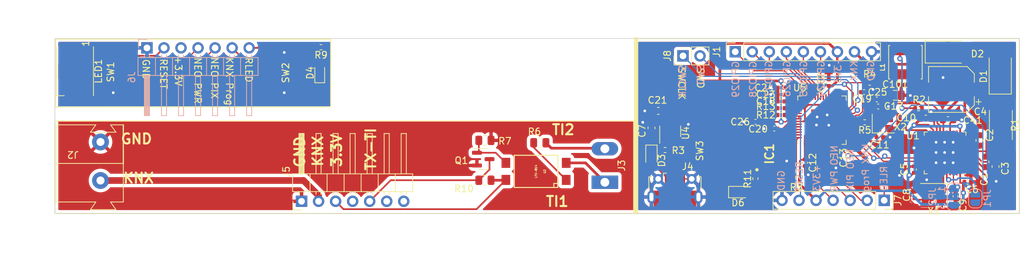
<source format=kicad_pcb>
(kicad_pcb (version 20211014) (generator pcbnew)
  (layers (0 "F.Cu" signal) (31 "B.Cu" signal) (34 "B.Paste" user) (35 "F.Paste" user) (36 "B.SilkS" user "B.Silkscreen") (37 "F.SilkS" user "F.Silkscreen") (38 "B.Mask" user) (39 "F.Mask" user) (44 "Edge.Cuts" user))
  (net 0 "")
  (net 1 "KNX")
  (net 2 "GND")
  (net 3 "Net-(L1-Pad2)")
  (net 5 "Net-(C8-Pad1)")
  (net 6 "Net-(C1-Pad1)")
  (net 7 "Net-(R1-Pad1)")
  (net 8 "Net-(C9-Pad1)")
  (net 9 "Net-(C1-Pad2)")
  (net 10 "Net-(C3-Pad1)")
  (net 11 "Net-(C2-Pad1)")
  (net 12 "Net-(C2-Pad2)")
  (net 13 "VFILT")
  (net 14 "Net-(L1-Pad1)")
  (net 18 "SAVE")
  (net 21 "Net-(C7-Pad1)")
  (net 22 "Net-(D4-Pad2)")
  (net 23 "RLED")
  (net 24 "Net-(C17-Pad2)")
  (net 25 "+1V2")
  (net 26 "+3V3")
  (net 27 "/RP2040 & Top Board/TB_RESET")
  (net 28 "Net-(Q1-Pad1)")
  (net 29 "Net-(R6-Pad2)")
  (net 30 "/RP2040 & Top Board/OSC_IN")
  (net 31 "/RP2040 & Top Board/GND1")
  (net 32 "Net-(R5-Pad2)")
  (net 33 "/RP2040 & Top Board/QSPI_CS")
  (net 34 "/RP2040 & Top Board/QSPI_DATA[1]")
  (net 40 "/RP2040 & Top Board/TB_RLED")
  (net 43 "VBUS")
  (net 48 "KNX_Prog")
  (net 49 "Net-(J3-Pad1)")
  (net 50 "Net-(J3-Pad2)")
  (net 51 "~{RESET}")
  (net 57 "Net-(D6-Pad2)")
  (net 58 "/DB_KNX")
  (net 59 "/DB_GND")
  (net 60 "/DB_3V3")
  (net 62 "/RP2040 & Top Board/TB_KNX_Prog")
  (net 65 "Net-(JP1-Pad1)")
  (net 66 "/RP2040 & Top Board/QSPI_DATA[2]")
  (net 67 "/RP2040 & Top Board/QSPI_DATA[0]")
  (net 68 "COM4")
  (net 69 "COM3")
  (net 70 "COM2")
  (net 71 "COM1")
  (net 75 "Net-(D6-Pad1)")
  (net 76 "5120_RXD")
  (net 77 "5120_TXD")
  (net 78 "NEO_PWR")
  (net 79 "NEO_PIX")
  (net 81 "/RP2040 & Top Board/QSPI_SCK")
  (net 82 "/RP2040 & Top Board/QSPI_DATA[3]")
  (net 83 "/RP2040 & Top Board/D1-")
  (net 84 "/RP2040 & Top Board/D1+")
  (net 85 "/RP2040 & Top Board/EN")
  (net 86 "/RP2040 & Top Board/D+")
  (net 87 "/RP2040 & Top Board/D-")
  (net 88 "/RP2040 & Top Board/SWCLK")
  (net 89 "/RP2040 & Top Board/SWD")
  (net 90 "/FANIN")
  (net 94 "/RP2040 & Top Board/PWR")
  (net 95 "/RP2040 & Top Board/PIX")
  (net 97 "/DB_TX-TI")
  (net 98 "COM6")
  (net 99 "COM5")
  (footprint "Capacitor_SMD:C_0603_1608Metric" (layer "F.Cu") (at 215.65 111.515456 -90)
    (fp_text reference "C3")
    (fp_text value "100nF/50V")
  )
  (footprint "Capacitor_SMD:C_0402_1005Metric" (layer "F.Cu") (at 198.3792 107.131458 180)
    (fp_text reference "C11")
    (fp_text value "18pF/50V")
  )
  (footprint "Capacitor_SMD:C_0805_2012Metric" (layer "F.Cu") (at 200.6482 100.886458)
    (fp_text reference "C101")
    (fp_text value "10uF/6.3V")
  )
  (footprint "Capacitor_SMD:C_0402_1005Metric" (layer "F.Cu") (at 179.8652 104.845458 180)
    (fp_text reference "C26")
    (fp_text value "100nF/50V")
  )
  (footprint "Capacitor_SMD:CP_Elec_6.3x5.7" (layer "F.Cu") (at 209.0752 100.019458)
    (fp_text reference "C4")
    (fp_text value "100uF/35V")
  )
  (footprint "LED_SMD:LED_WS2812B_PLCC4_5.0x5.0mm_P3.2mm" (layer "F.Cu") (at 78.4 97.3 -90)
    (fp_text reference "LED1")
    (fp_text value "WS2812B3535")
  )
  (footprint "Connector_PinHeader_2.54mm:PinHeader_1x02_P2.54mm_Vertical" (layer "F.Cu") (at 169.05 95.015456 90)
    (fp_text reference "J8")
    (fp_text value "Debug")
  )
  (footprint "Resistor_SMD:R_0402_1005Metric" (layer "F.Cu") (at 196.15 104.915456 180)
    (fp_text reference "R5")
    (fp_text value "1K")
  )
  (footprint "Package_TO_SOT_SMD:SOT-23-5" (layer "F.Cu") (at 167.144 106.259456 90)
    (fp_text reference "U4")
    (fp_text value "AP2112K-3.3")
  )
  (footprint "Libraries:OPTO-SMD4" (layer "F.Cu") (at 147.1384 112.2324 180)
    (fp_text reference "U2")
    (fp_text value "LTV-814")
  )
  (footprint "Crystal:Crystal_SMD_3225-4Pin_3.2x2.5mm" (layer "F.Cu") (at 206.4612 115.689458 180)
    (fp_text reference "X1")
    (fp_text value "16Mhz")
  )
  (footprint "Diode_SMD:D_SOD-323" (layer "F.Cu") (at 164.35 109.815456 -90)
    (fp_text reference "D3")
    (fp_text value "NSR0320")
  )
  (footprint "Package_TO_SOT_SMD:SOT-23" (layer "F.Cu") (at 139.2644 110.4036)
    (fp_text reference "Q1")
    (fp_text value "CJ2302")
  )
  (footprint "Libraries:IND_VLS5045EX-3R3N" (layer "F.Cu") (at 202.2172 95.955458 90)
    (fp_text reference "L1")
    (fp_text value "220uH")
  )
  (footprint "Diode_SMD:D_0603_1608Metric" (layer "F.Cu") (at 114.8882 97.533115 90)
    (fp_text reference "D4")
    (fp_text value "Red")
  )
  (footprint "Libraries:SW_TS-1187A-B-A-B" (layer "F.Cu") (at 175.35 109.163458 90)
    (fp_text reference "SW3")
    (fp_text value "SW")
  )
  (footprint "Connector_PinHeader_2.54mm:PinHeader_1x07_P2.54mm_Horizontal" (layer "F.Cu") (at 112.175 116.693 90)
    (fp_text reference "J5")
    (fp_text value "Conn_01x07_Male")
  )
  (footprint "Resistor_SMD:R_0805_2012Metric" (layer "F.Cu") (at 147.6991 107.9652 180)
    (fp_text reference "R6")
    (fp_text value "220R")
  )
  (footprint "Resistor_SMD:R_0402_1005Metric" (layer "F.Cu") (at 196.8832 99.003458 180)
    (fp_text reference "R4")
    (fp_text value "10k")
  )
  (footprint "Resistor_SMD:R_2512_6332Metric" (layer "F.Cu") (at 216.4412 105.315456 90)
    (fp_text reference "R1")
    (fp_text value "22R")
  )
  (footprint "Capacitor_SMD:C_0402_1005Metric" (layer "F.Cu") (at 187.2312 110.941458 -90)
    (fp_text reference "C12")
    (fp_text value "100nF/50V")
  )
  (footprint "Capacitor_SMD:C_0402_1005Metric" (layer "F.Cu") (at 211.4884 113.799856 180)
    (fp_text reference "C6")
    (fp_text value "100nF/6.3V")
  )
  (footprint "Resistor_SMD:R_0805_2012Metric" (layer "F.Cu") (at 139.5184 107.6096 180)
    (fp_text reference "R7")
    (fp_text value "3K3")
  )
  (footprint "Capacitor_SMD:C_0402_1005Metric" (layer "F.Cu") (at 183.6752 99.765458 180)
    (fp_text reference "C24")
    (fp_text value "100nF/50V")
  )
  (footprint "Resistor_SMD:R_0402_1005Metric" (layer "F.Cu") (at 183.6752 103.829458)
    (fp_text reference "R12")
    (fp_text value "22R")
  )
  (footprint "Libraries:SW_TS-1187A-B-A-B" (layer "F.Cu") (at 84.2112 97.407313 90)
    (fp_text reference "SW1")
    (fp_text value "RESET")
  )
  (footprint "Connector_PinSocket_2.54mm:PinSocket_1x07_P2.54mm_Vertical" (layer "F.Cu") (at 199.05 116.554458 -90)
    (fp_text reference "J7")
    (fp_text value "Conn_01x07_Female")
  )
  (footprint "Resistor_SMD:R_0402_1005Metric" (layer "F.Cu") (at 183.6752 102.813458)
    (fp_text reference "R13")
    (fp_text value "22R")
  )
  (footprint "Capacitor_SMD:C_0402_1005Metric" (layer "F.Cu") (at 183.6752 100.781458 180)
    (fp_text reference "C23")
    (fp_text value "1uF/25V")
  )
  (footprint "Capacitor_SMD:C_0402_1005Metric" (layer "F.Cu") (at 203.4872 111.957458 90)
    (fp_text reference "C5")
    (fp_text value "100nF/6.3V")
  )
  (footprint "Capacitor_SMD:C_0603_1608Metric" (layer "F.Cu") (at 165.366 103.211456 180)
    (fp_text reference "C21")
    (fp_text value "10uF/25V")
  )
  (footprint "Capacitor_SMD:C_0402_1005Metric" (layer "F.Cu") (at 197.95 101.515456)
    (fp_text reference "C25")
    (fp_text value "100nF/50V")
  )
  (footprint "Capacitor_SMD:C_0603_1608Metric" (layer "F.Cu") (at 214.15 110.815456 -90)
    (fp_text reference "C1")
    (fp_text value "47nF/50V")
  )
  (footprint "Connector:KNX Male" (layer "F.Cu") (at 80.5 111.043 180)
    (fp_text reference "J2")
    (fp_text value "KNX")
  )
  (footprint "TerminalBlock:TerminalBlock_Altech_AK300-2_P5.00mm" (layer "F.Cu") (at 157.4 113.858 90)
    (fp_text reference "J3")
    (fp_text value "Screw_Terminal_01x02")
  )
  (footprint "Package_DFN_QFN:QFN-56-1EP_7x7mm_P0.4mm_EP3.2x3.2mm" (layer "F.Cu") (at 189.7712 104.591458 90)
    (fp_text reference "U5")
    (fp_text value "RP2040")
  )
  (footprint "Resistor_SMD:R_0402_1005Metric" (layer "F.Cu") (at 185.95 113.415456 180)
    (fp_text reference "R8")
    (fp_text value "10k")
  )
  (footprint "Libraries:SON80P400X400X50-9N" (layer "F.Cu") (at 181.95 109.615456 90)
    (fp_text reference "IC1")
    (fp_text value "W25Q64JVXGIQ" hide)
  )
  (footprint "Capacitor_SMD:C_0603_1608Metric" (layer "F.Cu") (at 208.5672 104.591458)
    (fp_text reference "C41")
    (fp_text value "1uF/50V")
  )
  (footprint "Capacitor_SMD:C_0603_1608Metric" (layer "F.Cu") (at 205.2512 104.369458)
    (fp_text reference "C10")
    (fp_text value "10uF/25V")
  )
  (footprint "Resistor_SMD:R_0402_1005Metric" (layer "F.Cu") (at 115.0792 93.723115 180)
    (fp_text reference "R9")
    (fp_text value "1K")
  )
  (footprint "Capacitor_SMD:C_0402_1005Metric" (layer "F.Cu") (at 209.6862 115.944458 -90)
    (fp_text reference "C9")
    (fp_text value "10pF/50V")
  )
  (footprint "Capacitor_SMD:C_0402_1005Metric" (layer "F.Cu") (at 183.6752 101.797458 180)
    (fp_text reference "C18")
    (fp_text value "1uF/25V")
  )
  (footprint "Package_DFN_QFN:QFN-40-1EP_6x6mm_P0.5mm_EP4.6x4.6mm" (layer "F.Cu") (at 208.1262 109.484458 180)
    (fp_text reference "U1")
    (fp_text value "NCN5120MNTWG")
  )
  (footprint "Connector_PinSocket_2.54mm:PinSocket_1x09_P2.54mm_Vertical" (layer "F.Cu") (at 176.84 94.4 90)
    (fp_text reference "J1")
    (fp_text value "Conn_01x09_Female")
  )
  (footprint "Libraries:SW_TS-1187A-B-A-B" (layer "F.Cu") (at 110.3162 97.533115 90)
    (fp_text reference "SW2")
    (fp_text value "KNX Prog")
  )
  (footprint "Resistor_SMD:R_0402_1005Metric" (layer "F.Cu") (at 166.382 109.053456)
    (fp_text reference "R3")
    (fp_text value "10k")
  )
  (footprint "Capacitor_SMD:C_0603_1608Metric" (layer "F.Cu") (at 213.25 107.615456 90)
    (fp_text reference "C2")
    (fp_text value "4.7nF/50V")
  )
  (footprint "Diode_SMD:D_SOD-323" (layer "F.Cu") (at 177.35 115.315456)
    (fp_text reference "D6")
    (fp_text value "NSR0320")
  )
  (footprint "Capacitor_SMD:C_0402_1005Metric" (layer "F.Cu") (at 182.6592 105.861458)
    (fp_text reference "C20")
    (fp_text value "100nF/50V")
  )
  (footprint "Capacitor_SMD:C_0603_1608Metric" (layer "F.Cu") (at 164.35 105.751456 90)
    (fp_text reference "C7")
    (fp_text value "10uF/25V")
  )
  (footprint "Resistor_SMD:R_0402_1005Metric" (layer "F.Cu") (at 204.1812 102.809458)
    (fp_text reference "R2")
    (fp_text value "1R")
  )
  (footprint "Capacitor_SMD:C_0402_1005Metric" (layer "F.Cu") (at 196.05 100.415456 180)
    (fp_text reference "C19")
    (fp_text value "100nF/50V")
  )
  (footprint "Capacitor_SMD:C_0402_1005Metric" (layer "F.Cu") (at 190.7872 99.003458 90)
    (fp_text reference "C22")
    (fp_text value "100nF/50V")
  )
  (footprint "Capacitor_SMD:C_0402_1005Metric" (layer "F.Cu") (at 198.1532 102.559458 180)
    (fp_text reference "C17")
    (fp_text value "18pF/50V")
  )
  (footprint "Resistor_SMD:R_0402_1005Metric" (layer "F.Cu") (at 179.85 113.315456 90)
    (fp_text reference "R11")
    (fp_text value "1K")
  )
  (footprint "Capacitor_SMD:C_0402_1005Metric" (layer "F.Cu") (at 203.5812 115.759458 90)
    (fp_text reference "C8")
    (fp_text value "10pF/50V")
  )
  (footprint "Capacitor_SMD:C_0402_1005Metric" (layer "F.Cu") (at 191.8032 110.207458 -90)
    (fp_text reference "C13")
    (fp_text value "100nF/50V")
  )
  (footprint "Resistor_SMD:R_0805_2012Metric" (layer "F.Cu") (at 139.5184 113.5532)
    (fp_text reference "R10")
    (fp_text value "10K")
  )
  (footprint "Diode_SMD:D_SMA" (layer "F.Cu") (at 216.35 97.315456 90)
    (fp_text reference "D1")
    (fp_text value "SS16")
  )
  (footprint "Diode_SMD:D_SMA" (layer "F.Cu") (at 208.5672 94.431458)
    (fp_text reference "D2")
    (fp_text value "TVS SMA40")
  )
  (footprint "Crystal:Crystal_SMD_2520-4Pin_2.5x2.0mm" (layer "F.Cu") (at 198.9152 105.099458)
    (fp_text reference "X2")
    (fp_text value "12MHz")
  )
  (footprint "Connector_USB:USB_Micro-B_Molex-105017-0001" (layer "F.Cu") (at 167.85 114.815456)
    (fp_text reference "J4")
    (fp_text value "USB_B_Micro")
  )
  (footprint "Connector_PinHeader_2.54mm:PinHeader_1x07_P2.54mm_Horizontal" (layer "B.Cu") (at 89.125 93.821113 -90)
    (fp_text reference "J6")
    (fp_text value "Conn_01x07_Male")
  )
  (footprint "Jumper:SolderJumper-3_P1.3mm_Bridged2Bar12_RoundedPad1.0x1.5mm_NumberLabels" (layer "B.Cu") (at 209.45 116.015456 -90)
    (fp_text reference "JP2")
    (fp_text value "SolderJumper_3_Bridged12")
  )
  (footprint "Jumper:SolderJumper-2_P1.3mm_Open_RoundedPad1.0x1.5mm" (layer "B.Cu") (at 212.6312 116.275458 90)
    (fp_text reference "JP1")
    (fp_text value "Save to D11")
  )
  (gr_rect (start 219.2 118.515456) (end 162.3 92.415456) (layer "F.SilkS") (width 0.15) (fill none))
  (gr_rect (start 75.4 104.715456) (end 161.7 118.515456) (layer "F.SilkS") (width 0.15) (fill none))
  (gr_line (start 162 118.415456) (end 162 92.415456) (layer "F.SilkS") (width 0.5))
  (gr_rect (start 75.525 92.521113) (end 116.525 102.621113) (layer "F.SilkS") (width 0.15) (fill none))
  (gr_rect (start 75.4 118.515456) (end 219.2 92.415456) (layer "Edge.Cuts") (width 0.1) (fill none))
  (gr_text "GPIO27" (at 181.85 98.415456 -270) (layer "B.SilkS") (effects (font (size 1 1)) (justify mirror)))
  (gr_text "SWCLK" (at 169 98.8 -270) (layer "B.SilkS") (effects (font (size 1 1)) (justify mirror)))
  (gr_text "+3V3" (at 192.15 97.115456 -270) (layer "B.SilkS") (effects (font (size 1 1)) (justify mirror)))
  (gr_text "GPIO24" (at 189.65 98.415456 -270) (layer "B.SilkS") (effects (font (size 1 1)) (justify mirror)))
  (gr_text "+3V3" (at 189 113.2 -270) (layer "B.SilkS") (effects (font (size 1 1)) (justify mirror)))
  (gr_text "SWD" (at 171.7 97.8 -270) (layer "B.SilkS") (effects (font (size 1 1)) (justify mirror)))
  (gr_text "KNX" (at 194.55 97.215456 -270) (layer "B.SilkS") (effects (font (size 1 1)) (justify mirror)))
  (gr_text "NEO PIX" (at 194 112 -270) (layer "B.SilkS") (effects (font (size 1 1)) (justify mirror)))
  (gr_text "GND" (at 183.7 113.6 -270) (layer "B.SilkS") (effects (font (size 1 1)) (justify mirror)))
  (gr_text "GPIO29" (at 176.9 98.5 -270) (layer "B.SilkS") (effects (font (size 1 1)) (justify mirror)))
  (gr_text "NEO PWR" (at 191.6 111.8 -270) (layer "B.SilkS") (effects (font (size 1 1)) (justify mirror)))
  (gr_text "KNX Prog" (at 196.3 111.7 -270) (layer "B.SilkS") (effects (font (size 1 1)) (justify mirror)))
  (gr_text "GPIO26" (at 184.55 98.415456 -270) (layer "B.SilkS") (effects (font (size 1 1)) (justify mirror)))
  (gr_text "GND" (at 197.05 97.215456 -270) (layer "B.SilkS") (effects (font (size 1 1)) (justify mirror)))
  (gr_text "RLED" (at 199 113.3 -270) (layer "B.SilkS") (effects (font (size 1 1)) (justify mirror)))
  (gr_text "GPIO28" (at 179.5 98.5 -270) (layer "B.SilkS") (effects (font (size 1 1)) (justify mirror)))
  (gr_text "RESET" (at 186.4 113 -270) (layer "B.SilkS") (effects (font (size 1 1)) (justify mirror)))
  (gr_text "GPIO25" (at 187.05 98.415456 -270) (layer "B.SilkS") (effects (font (size 1 1)) (justify mirror)))
  (gr_text "KNX" (at 114.6 109.218 90) (layer "F.SilkS") (effects (font (size 1.5 1.5) (thickness 0.3))))
  (gr_text "TI2" (at 151.2 106.018) (layer "F.SilkS") (effects (font (size 1.5 1.5) (thickness 0.3))))
  (gr_text "KNX" (at 87.8732 113.2344) (layer "F.SilkS") (effects (font (size 1.5 1.5) (thickness 0.3))))
  (gr_text "KNX Prog." (at 101.4262 99.057115 -90) (layer "F.SilkS") (effects (font (size 1 1))))
  (gr_text "RESET" (at 91.6 97.7 -90) (layer "F.SilkS") (effects (font (size 1 1))))
  (gr_text "NEO PWR" (at 96.7 98.7 -90) (layer "F.SilkS") (effects (font (size 1 1))))
  (gr_text "+3.3V" (at 93.8062 97.279115 -90) (layer "F.SilkS") (effects (font (size 1 1))))
  (gr_text "GND" (at 111.9 109.318 90) (layer "F.SilkS") (effects (font (size 1.5 1.5) (thickness 0.3))))
  (gr_text "TX-TI" (at 122.5 108.918 90) (layer "F.SilkS") (effects (font (size 1.5 1.5) (thickness 0.3))))
  (gr_text "GND" (at 87.5684 107.3924) (layer "F.SilkS") (effects (font (size 1.5 1.5) (thickness 0.3))))
  (gr_text "3.3V" (at 117.4 109.118 90) (layer "F.SilkS") (effects (font (size 1.5 1.5) (thickness 0.3))))
  (gr_text "RLED" (at 104.3 97.1 -90) (layer "F.SilkS") (effects (font (size 1 1))))
  (gr_text "TI1" (at 150.3 116.718) (layer "F.SilkS") (effects (font (size 1.5 1.5) (thickness 0.3))))
  (gr_text "GND" (at 88.9802 97.025115 -90) (layer "F.SilkS") (effects (font (size 1 1))))
  (gr_text "SWCLK" (at 168.85 99.115456 -90) (layer "F.SilkS") (effects (font (size 1 1))))
  (gr_text "NEO PIX" (at 99.2 98.3 -90) (layer "F.SilkS") (effects (font (size 1 1))))
  (gr_text "SWD" (at 171.65 98.315456 -90) (layer "F.SilkS") (effects (font (size 1 1))))
  (segment (start 216.35 95.315456) (end 215.15 96.515456) (width 0.4) (layer "F.Cu") (net 1))
  (segment (start 194.6172 94.406458) (end 196.476198 96.265456) (width 0.4) (layer "F.Cu") (net 1))
  (segment (start 203.757202 96.265456) (end 205.550599 94.472059) (width 0.4) (layer "F.Cu") (net 1))
  (segment (start 196.476198 96.265456) (end 203.757202 96.265456) (width 0.4) (layer "F.Cu") (net 1))
  (segment (start 208.651198 96.515456) (end 206.5672 94.431458) (width 0.4) (layer "F.Cu") (net 1))
  (segment (start 215.15 96.515456) (end 208.651198 96.515456) (width 0.4) (layer "F.Cu") (net 1))
  (segment (start 187.725 112.740456) (end 187.2312 112.246656) (width 0.25) (layer "F.Cu") (net 2))
  (segment (start 211.6495 114.540456) (end 211.9964 114.193556) (width 0.25) (layer "F.Cu") (net 2))
  (segment (start 194.313798 106.115458) (end 194.8512 106.115458) (width 0.18) (layer "F.Cu") (net 2))
  (segment (start 203.4872 111.477458) (end 204.216804 111.477458) (width 0.25) (layer "F.Cu") (net 2))
  (segment (start 206.8762 105.694458) (end 206.515204 105.333462) (width 0.25) (layer "F.Cu") (net 2))
  (segment (start 164.35 104.976456) (end 163.111 104.976456) (width 0.18) (layer "F.Cu") (net 2))
  (segment (start 182.1792 105.861458) (end 181.1352 105.861458) (width 0.25) (layer "F.Cu") (net 2))
  (segment (start 170.35 113.352956) (end 169.15 113.352956) (width 0.18) (layer "F.Cu") (net 2))
  (segment (start 206.8762 112.421958) (end 206.8762 112.882466) (width 0.25) (layer "F.Cu") (net 2))
  (segment (start 183.1952 99.765458) (end 182.1512 99.765458) (width 0.25) (layer "F.Cu") (net 2))
  (segment (start 211.9684 112.639158) (end 211.9684 113.799856) (width 0.25) (layer "F.Cu") (net 2))
  (segment (start 215.65 112.290456) (end 215.65 113.615456) (width 0.18) (layer "F.Cu") (net 2))
  (segment (start 202.628548 111.477458) (end 203.4872 111.477458) (width 0.25) (layer "F.Cu") (net 2))
  (segment (start 168.131746 106.074456) (end 168.991 106.074456) (width 0.18) (layer "F.Cu") (net 2))
  (segment (start 208.8762 105.057458) (end 209.3422 104.591458) (width 0.25) (layer "F.Cu") (net 2))
  (segment (start 183.15 111.565456) (end 183.15 110.815456) (width 0.18) (layer "F.Cu") (net 2))
  (segment (start 204.216804 111.477458) (end 204.459804 111.234458) (width 0.25) (layer "F.Cu") (net 2))
  (segment (start 201.325 112.781006) (end 202.628548 111.477458) (width 0.25) (layer "F.Cu") (net 2))
  (segment (start 203.5062 108.734458) (end 204.0062 108.234458) (width 0.25) (layer "F.Cu") (net 2))
  (segment (start 204.0062 108.234458) (end 205.1887 108.234458) (width 0.25) (layer "F.Cu") (net 2))
  (segment (start 205.1887 109.734458) (end 204.5062 109.734458) (width 0.25) (layer "F.Cu") (net 2))
  (segment (start 211.0637 111.234458) (end 211.0637 111.734458) (width 0.25) (layer "F.Cu") (net 2))
  (segment (start 190.7872 98.523458) (end 190.7872 96.478256) (width 0.18) (layer "F.Cu") (net 2))
  (segment (start 167.144 107.062202) (end 168.131746 106.074456) (width 0.18) (layer "F.Cu") (net 2))
  (segment (start 202.9462 115.906849) (end 203.573591 115.279458) (width 0.25) (layer "F.Cu") (net 2))
  (segment (start 198.6332 102.559458) (end 199.6772 102.559458) (width 0.25) (layer "F.Cu") (net 2))
  (segment (start 203.838591 117.464458) (end 202.9462 116.572067) (width 0.25) (layer "F.Cu") (net 2))
  (segment (start 206.8762 106.546958) (end 206.8762 105.694458) (width 0.25) (layer "F.Cu") (net 2))
  (segment (start 206.022901 103.340456) (end 206.0262 103.343755) (width 0.25) (layer "F.Cu") (net 2))
  (segment (start 193.2087 105.591458) (end 193.789798 105.591458) (width 0.18) (layer "F.Cu") (net 2))
  (segment (start 183.1952 101.797458) (end 182.1512 101.797458) (width 0.25) (layer "F.Cu") (net 2))
  (segment (start 206.515204 105.333462) (end 206.515204 104.858462) (width 0.25) (layer "F.Cu") (net 2))
  (segment (start 206.0262 103.343755) (end 206.0262 104.369458) (width 0.25) (layer "F.Cu") (net 2))
  (segment (start 206.5362 117.464458) (end 203.838591 117.464458) (width 0.25) (layer "F.Cu") (net 2))
  (segment (start 210.564667 104.591458) (end 209.3422 104.591458) (width 0.25) (layer "F.Cu") (net 2))
  (segment (start 202.95 100.915456) (end 202.921002 100.886458) (width 0.25) (layer "F.Cu") (net 2))
  (segment (start 198.6332 101.718656) (end 198.43 101.515456) (width 0.25) (layer "F.Cu") (net 2))
  (segment (start 163.111 104.976456) (end 163.05 104.915456) (width 0.18) (layer "F.Cu") (net 2))
  (segment (start 187.2312 112.246656) (end 187.2312 111.421458) (width 0.25) (layer "F.Cu") (net 2))
  (segment (start 208.8762 106.546958) (end 208.8762 105.057458) (width 0.25) (layer "F.Cu") (net 2))
  (segment (start 209.6862 116.424458) (end 207.5762 116.424458) (width 0.25) (layer "F.Cu") (net 2))
  (segment (start 206.8762 106.546958) (end 206.8762 107.806458) (width 0.25) (layer "F.Cu") (net 2))
  (segment (start 191.85 110.75946) (end 191.85 111.715456) (width 0.25) (layer "F.Cu") (net 2))
  (segment (start 205.1887 108.734458) (end 204.3362 108.734458) (width 0.25) (layer "F.Cu") (net 2))
  (segment (start 168.991 106.074456) (end 169.85 105.215456) (width 0.18) (layer "F.Cu") (net 2))
  (segment (start 204.5062 109.734458) (end 203.5062 108.734458) (width 0.25) (layer "F.Cu") (net 2))
  (segment (start 205.1887 108.234458) (end 205.1887 109.734458) (width 0.25) (layer "F.Cu") (net 2))
  (segment (start 215.65 113.615456) (end 215.75 113.715456) (width 0.18) (layer "F.Cu") (net 2))
  (segment (start 183.1952 100.781458) (end 182.1512 100.781458) (width 0.25) (layer "F.Cu") (net 2))
  (segment (start 202.921002 100.886458) (end 201.5982 100.886458) (width 0.25) (layer "F.Cu") (net 2))
  (segment (start 163.354 103.211456) (end 163.35 103.215456) (width 0.25) (layer "F.Cu") (net 2))
  (segment (start 204.459804 111.234458) (end 205.1887 111.234458) (width 0.25) (layer "F.Cu") (net 2))
  (segment (start 199.3312 107.731458) (end 199.9312 107.131458) (width 0.18) (layer "F.Cu") (net 2))
  (segment (start 184.5097 110.687458) (end 183.5882 111.608958) (width 0.18) (layer "F.Cu") (net 2))
  (segment (start 198.8592 107.131458) (end 199.9312 107.131458) (width 0.25) (layer "F.Cu") (net 2))
  (segment (start 183.5882 111.608958) (end 183.0972 111.608958) (width 0.18) (layer "F.Cu") (net 2))
  (segment (start 211.0637 111.734458) (end 211.9684 112.639158) (width 0.25) (layer "F.Cu") (net 2))
  (segment (start 164.591 103.211456) (end 163.354 103.211456) (width 0.25) (layer "F.Cu") (net 2))
  (segment (start 196.4672 107.731458) (end 199.3312 107.731458) (width 0.18) (layer "F.Cu") (net 2))
  (segment (start 198.2152 104.399458) (end 199.6152 105.799458) (width 0.25) (layer "F.Cu") (net 2))
  (segment (start 194.8512 106.115458) (end 196.4672 107.731458) (width 0.18) (layer "F.Cu") (net 2))
  (segment (start 196.995202 100.415456) (end 197.387901 100.022757) (width 0.25) (layer "F.Cu") (net 2))
  (segment (start 201.325 112.840456) (end 201.325 112.781006) (width 0.25) (layer "F.Cu") (net 2))
  (segment (start 183.15 110.815456) (end 181.95 109.615456) (width 0.18) (layer "F.Cu") (net 2))
  (segment (start 196.53 100.415456) (end 196.995202 100.415456) (width 0.25) (layer "F.Cu") (net 2))
  (segment (start 204.3362 108.734458) (end 203.5062 108.734458) (width 0.25) (layer "F.Cu") (net 2))
  (segment (start 211.9964 114.193556) (end 211.9964 113.799856) (width 0.25) (layer "F.Cu") (net 2))
  (segment (start 206.3752 99.690256) (end 207.825 98.240456) (width 0.18) (layer "F.Cu") (net 2))
  (segment (start 210.61295 104.543175) (end 210.564667 104.591458) (width 0.25) (layer "F.Cu") (net 2))
  (segment (start 206.8762 112.882466) (end 205.3862 114.372466) (width 0.25) (layer "F.Cu") (net 2))
  (segment (start 201.325 112.840456) (end 201.325 113.023258) (width 0.25) (layer "F.Cu") (net 2))
  (segment (start 199.9312 107.131458) (end 199.9312 105.940458) (width 0.25) (layer "F.Cu") (net 2))
  (segment (start 205.1887 109.234458) (end 204.8362 109.234458) (width 0.25) (layer "F.Cu") (net 2))
  (segment (start 201.325 113.023258) (end 203.5812 115.279458) (width 0.25) (layer "F.Cu") (net 2))
  (segment (start 179.3852 104.845458) (end 178.0872 104.845458) (width 0.25) (layer "F.Cu") (net 2))
  (segment (start 204.8362 109.234458) (end 204.3362 108.734458) (width 0.25) (layer "F.Cu") (net 2))
  (segment (start 207.5112 116.489458) (end 206.5362 117.464458) (width 0.25) (layer "F.Cu") (net 2))
  (segment (start 198.6332 102.559458) (end 198.6332 101.718656) (width 0.25) (layer "F.Cu") (net 2))
  (segment (start 202.9462 116.572067) (end 202.9462 115.906849) (width 0.25) (layer "F.Cu") (net 2))
  (segment (start 205.3862 113.481458) (end 205.3862 112.911958) (width 0.25) (layer "F.Cu") (net 2))
  (segment (start 206.515204 104.858462) (end 206.0262 104.369458) (width 0.25) (layer "F.Cu") (net 2))
  (segment (start 205.3862 112.911958) (end 205.8762 112.421958) (width 0.25) (layer "F.Cu") (net 2))
  (segment (start 190.7872 96.478256) (end 190.85 96.415456) (width 0.18) (layer "F.Cu") (net 2))
  (segment (start 193.789798 105.591458) (end 194.313798 106.115458) (width 0.18) (layer "F.Cu") (net 2))
  (via (at 169.85 105.215456) (size 0.8) (drill 0.4) (layers "F.Cu" "B.Cu") (net 2))
  (via (at 187.725 112.740456) (size 0.8) (drill 0.4) (layers "F.Cu" "B.Cu") (net 2))
  (via (at 206.7892 110.941458) (size 0.8) (drill 0.4) (layers "F.Cu" "B.Cu") (net 2))
  (via (at 188.95 105.315456) (size 0.8) (drill 0.4) (layers "F.Cu" "B.Cu") (net 2))
  (via (at 202.95 100.915456) (size 0.8) (drill 0.4) (layers "F.Cu" "B.Cu") (net 2))
  (via (at 197.387901 100.022757) (size 0.8) (drill 0.4) (layers "F.Cu" "B.Cu") (net 2))
  (via (at 199.6772 102.559458) (size 0.8) (drill 0.4) (layers "F.Cu" "B.Cu") (net 2))
  (via (at 201.325 112.840456) (size 0.8) (drill 0.4) (layers "F.Cu" "B.Cu") (net 2))
  (via (at 209.3292 110.941458) (size 0.8) (drill 0.4) (layers "F.Cu" "B.Cu") (net 2))
  (via (at 190.55 103.815456) (size 0.8) (drill 0.4) (layers "F.Cu" "B.Cu") (net 2))
  (via (at 206.7892 107.893458) (size 0.8) (drill 0.4) (layers "F.Cu" "B.Cu") (net 2))
  (via (at 184.5097 110.687458) (size 0.8) (drill 0.4) (layers "F.Cu" "B.Cu") (net 2))
  (via (at 205.3862 113.481458) (size 0.8) (drill 0.4) (layers "F.Cu" "B.Cu") (net 2))
  (via (at 182.1512 101.797458) (size 0.8) (drill 0.4) (layers "F.Cu" "B.Cu") (net 2))
  (via (at 191.85 111.715456) (size 0.8) (drill 0.4) (layers "F.Cu" "B.Cu") (net 2))
  (via (at 190.7872 105.353458) (size 0.8) (drill 0.4) (layers "F.Cu" "B.Cu") (net 2))
  (via (at 211.6495 114.540456) (size 0.8) (drill 0.4) (layers "F.Cu" "B.Cu") (net 2))
  (via (at 208.0592 107.893458) (size 0.8) (drill 0.4) (layers "F.Cu" "B.Cu") (net 2))
  (via (at 199.9312 107.131458) (size 0.8) (drill 0.4) (layers "F.Cu" "B.Cu") (net 2))
  (via (at 208.0592 110.941458) (size 0.8) (drill 0.4) (layers "F.Cu" "B.Cu") (net 2))
  (via (at 209.3292 109.417458) (size 0.8) (drill 0.4) (layers "F.Cu" "B.Cu") (net 2))
  (via (at 182.1512 99.765458) (size 0.8) (drill 0.4) (layers "F.Cu" "B.Cu") (net 2))
  (via (at 215.75 113.715456) (size 0.8) (drill 0.4) (layers "F.Cu" "B.Cu") (net 2))
  (via (at 178.0872 104.845458) (size 0.8) (drill 0.4) (layers "F.Cu" "B.Cu") (net 2))
  (via (at 163.05 104.915456) (size 0.8) (drill 0.4) (layers "F.Cu" "B.Cu") (net 2))
  (via (at 182.1512 100.781458) (size 0.8) (drill 0.4) (layers "F.Cu" "B.Cu") (net 2))
  (via (at 181.1352 105.861458) (size 0.8) (drill 0.4) (layers "F.Cu" "B.Cu") (net 2))
  (via (at 209.3292 107.893458) (size 0.8) (drill 0.4) (layers "F.Cu" "B.Cu") (net 2))
  (via (at 207.825 98.240456) (size 0.8) (drill 0.4) (layers "F.Cu" "B.Cu") (net 2))
  (via (at 189.05 104.115456) (size 0.8) (drill 0.4) (layers "F.Cu" "B.Cu") (net 2))
  (via (at 206.022901 103.340456) (size 0.8) (drill 0.4) (layers "F.Cu" "B.Cu") (net 2))
  (via (at 163.35 103.215456) (size 0.8) (drill 0.4) (layers "F.Cu" "B.Cu") (net 2))
  (via (at 208.0592 109.417458) (size 0.8) (drill 0.4) (layers "F.Cu" "B.Cu") (net 2))
  (via (at 203.5062 108.734458) (size 0.8) (drill 0.4) (layers "F.Cu" "B.Cu") (net 2))
  (via (at 206.7892 109.417458) (size 0.8) (drill 0.4) (layers "F.Cu" "B.Cu") (net 2))
  (via (at 210.61295 104.543175) (size 0.8) (drill 0.4) (layers "F.Cu" "B.Cu") (net 2))
  (via (at 190.85 96.415456) (size 0.8) (drill 0.4) (layers "F.Cu" "B.Cu") (net 2))
  (segment (start 201.4 94.972658) (end 202.2172 94.155458) (width 0.25) (layer "F.Cu") (net 3))
  (segment (start 202.2936 104.187058) (end 203.6712 102.809458) (width 0.25) (layer "F.Cu") (net 3))
  (segment (start 202.2936 106.078256) (end 202.2936 104.187058) (width 0.25) (layer "F.Cu") (net 3))
  (segment (start 205.630883 106.546958) (end 205.630883 106.409141) (width 0.25) (layer "F.Cu") (net 3))
  (segment (start 205.630883 106.409141) (end 205.299998 106.078256) (width 0.25) (layer "F.Cu") (net 3))
  (segment (start 201.7132 102.809458) (end 201.7092 102.813458) (width 0.25) (layer "F.Cu") (net 3))
  (segment (start 205.8762 106.546958) (end 205.630883 106.546958) (width 0.25) (layer "F.Cu") (net 3))
  (segment (start 201.4 95.415456) (end 201.4 94.972658) (width 0.25) (layer "F.Cu") (net 3))
  (segment (start 205.299998 106.078256) (end 202.2936 106.078256) (width 0.25) (layer "F.Cu") (net 3))
  (segment (start 203.6712 102.809458) (end 201.7132 102.809458) (width 0.25) (layer "F.Cu") (net 3))
  (via (at 201.4 95.415456) (size 0.8) (drill 0.4) (layers "F.Cu" "B.Cu") (net 3))
  (via (at 201.7092 102.813458) (size 0.8) (drill 0.4) (layers "F.Cu" "B.Cu") (net 3))
  (segment (start 201.4 95.415456) (end 201.7092 95.724656) (width 0.25) (layer "B.Cu") (net 3))
  (segment (start 201.7092 95.724656) (end 201.7092 102.813458) (width 0.25) (layer "B.Cu") (net 3))
  (segment (start 206.884208 113.510854) (end 206.4512 113.943862) (width 0.25) (layer "F.Cu") (net 5))
  (segment (start 207.3762 112.421958) (end 207.3762 113.510854) (width 0.25) (layer "F.Cu") (net 5))
  (segment (start 203.9662 116.464458) (end 205.3862 116.464458) (width 0.25) (layer "F.Cu") (net 5))
  (segment (start 206.4512 113.943862) (end 206.4512 116.359458) (width 0.25) (layer "F.Cu") (net 5))
  (segment (start 206.2712 116.539458) (end 205.3612 116.539458) (width 0.25) (layer "F.Cu") (net 5))
  (segment (start 206.4512 116.359458) (end 206.2712 116.539458) (width 0.25) (layer "F.Cu") (net 5))
  (segment (start 207.3762 113.510854) (end 206.884208 113.510854) (width 0.25) (layer "F.Cu") (net 5))
  (segment (start 203.5812 116.079458) (end 203.9662 116.464458) (width 0.25) (layer "F.Cu") (net 5))
  (segment (start 214.35 107.515456) (end 214.35 107.215456) (width 0.4) (layer "F.Cu") (net 6))
  (segment (start 214.3512 109.064458) (end 214.3512 109.839256) (width 0.4) (layer "F.Cu") (net 6))
  (segment (start 216.4412 105.124256) (end 216.4412 102.352956) (width 0.4) (layer "F.Cu") (net 6))
  (segment (start 214.3512 109.064458) (end 214.3512 107.516656) (width 0.4) (layer "F.Cu") (net 6))
  (segment (start 211.0637 109.234458) (end 214.1812 109.234458) (width 0.25) (layer "F.Cu") (net 6))
  (segment (start 214.1812 109.234458) (end 214.3512 109.064458) (width 0.25) (layer "F.Cu") (net 6))
  (segment (start 216.35 102.261756) (end 216.35 99.315456) (width 0.4) (layer "F.Cu") (net 6))
  (segment (start 214.35 107.215456) (end 216.4412 105.124256) (width 0.4) (layer "F.Cu") (net 6))
  (segment (start 214.3512 107.516656) (end 214.35 107.515456) (width 0.25) (layer "F.Cu") (net 6))
  (segment (start 215.449695 114.440456) (end 215.022183 114.012944) (width 0.25) (layer "F.Cu") (net 7))
  (segment (start 212.114017 110.734458) (end 211.0637 110.734458) (width 0.25) (layer "F.Cu") (net 7))
  (segment (start 215.022183 113.715456) (end 212.114017 110.80729) (width 0.25) (layer "F.Cu") (net 7))
  (segment (start 216.65 108.486756) (end 216.65 113.915456) (width 0.25) (layer "F.Cu") (net 7))
  (segment (start 215.022183 114.012944) (end 215.022183 113.715456) (width 0.25) (layer "F.Cu") (net 7))
  (segment (start 216.125 114.440456) (end 215.449695 114.440456) (width 0.25) (layer "F.Cu") (net 7))
  (segment (start 216.65 113.915456) (end 216.125 114.440456) (width 0.25) (layer "F.Cu") (net 7))
  (segment (start 212.114017 110.80729) (end 212.114017 110.734458) (width 0.25) (layer "F.Cu") (net 7))
  (segment (start 207.8762 112.421958) (end 207.8762 114.574458) (width 0.25) (layer "F.Cu") (net 8))
  (segment (start 207.5362 114.914458) (end 209.3362 114.914458) (width 0.25) (layer "F.Cu") (net 8))
  (segment (start 209.3362 115.114458) (end 209.6862 115.464458) (width 0.25) (layer "F.Cu") (net 8))
  (segment (start 209.3362 114.914458) (end 209.3362 115.114458) (width 0.25) (layer "F.Cu") (net 8))
  (segment (start 212.369002 110.234458) (end 213.725 111.590456) (width 0.25) (layer "F.Cu") (net 9))
  (segment (start 213.725 111.590456) (end 214.15 111.590456) (width 0.25) (layer "F.Cu") (net 9))
  (segment (start 211.0637 110.234458) (end 212.369002 110.234458) (width 0.25) (layer "F.Cu") (net 9))
  (segment (start 213.65 110.815456) (end 212.569002 109.734458) (width 0.25) (layer "F.Cu") (net 10))
  (segment (start 215.575 110.815456) (end 213.65 110.815456) (width 0.25) (layer "F.Cu") (net 10))
  (segment (start 212.569002 109.734458) (end 211.0637 109.734458) (width 0.25) (layer "F.Cu") (net 10))
  (segment (start 212.905998 108.734458) (end 213.25 108.390456) (width 0.25) (layer "F.Cu") (net 11))
  (segment (start 213.2412 108.734458) (end 213.5512 108.424458) (width 0.25) (layer "F.Cu") (net 11))
  (segment (start 211.0637 108.734458) (end 212.905998 108.734458) (width 0.25) (layer "F.Cu") (net 11))
  (segment (start 211.0637 108.234458) (end 211.524208 108.234458) (width 0.25) (layer "F.Cu") (net 12))
  (segment (start 211.524208 108.234458) (end 212.91821 106.840456) (width 0.25) (layer "F.Cu") (net 12))
  (segment (start 208.5977 103.034458) (end 211.6127 100.019458) (width 0.4) (layer "F.Cu") (net 13))
  (segment (start 211.0637 107.234458) (end 212.1232 106.174958) (width 0.25) (layer "F.Cu") (net 13))
  (segment (start 212.1232 104.845458) (end 211.0637 103.785958) (width 0.4) (layer "F.Cu") (net 13))
  (segment (start 208.5977 103.067458) (end 208.5977 103.785958) (width 0.4) (layer "F.Cu") (net 13))
  (segment (start 211.0637 107.734458) (end 211.0637 107.234458) (width 0.25) (layer "F.Cu") (net 13))
  (segment (start 212.1232 106.174958) (end 212.1232 104.845458) (width 0.4) (layer "F.Cu") (net 13))
  (segment (start 211.0637 103.785958) (end 211.0637 100.568458) (width 0.4) (layer "F.Cu") (net 13))
  (segment (start 208.5977 103.785958) (end 207.7922 104.591458) (width 0.25) (layer "F.Cu") (net 13))
  (segment (start 207.8762 106.546958) (end 207.8762 104.675458) (width 0.25) (layer "F.Cu") (net 13))
  (segment (start 208.5977 103.785958) (end 208.5977 103.034458) (width 0.25) (layer "F.Cu") (net 13))
  (segment (start 206.323206 102.346757) (end 205.381301 102.346757) (width 0.25) (layer "F.Cu") (net 14))
  (segment (start 203.85 100.815456) (end 203.85 99.610952) (width 0.25) (layer "F.Cu") (net 14))
  (segment (start 205.381301 102.346757) (end 203.85 100.815456) (width 0.25) (layer "F.Cu") (net 14))
  (segment (start 206.965204 105.021462) (end 206.965204 102.988755) (width 0.25) (layer "F.Cu") (net 14))
  (segment (start 206.965204 102.988755) (end 206.323206 102.346757) (width 0.25) (layer "F.Cu") (net 14))
  (segment (start 202.902252 98.44051) (end 202.2172 97.755458) (width 0.25) (layer "F.Cu") (net 14))
  (segment (start 203.85 99.610952) (end 202.902252 98.663204) (width 0.25) (layer "F.Cu") (net 14))
  (segment (start 207.3762 106.546958) (end 207.3762 105.432458) (width 0.25) (layer "F.Cu") (net 14))
  (segment (start 202.902252 98.663204) (end 202.754503 98.515456) (width 0.25) (layer "F.Cu") (net 14))
  (segment (start 202.902252 98.663204) (end 202.902252 98.44051) (width 0.25) (layer "F.Cu") (net 14))
  (segment (start 207.3762 105.432458) (end 206.965204 105.021462) (width 0.25) (layer "F.Cu") (net 14))
  (segment (start 202.754503 98.515456) (end 202.754503 97.656365) (width 0.25) (layer "F.Cu") (net 14))
  (segment (start 208.3762 112.421958) (end 208.3762 113.205958) (width 0.25) (layer "F.Cu") (net 18))
  (segment (start 208.3762 113.205958) (end 208.6517 113.481458) (width 0.25) (layer "F.Cu") (net 18))
  (via (at 208.6517 113.481458) (size 0.8) (drill 0.4) (layers "F.Cu" "B.Cu") (net 18))
  (segment (start 210.101442 113.241439) (end 211.883181 113.241439) (width 0.25) (layer "B.Cu") (net 18))
  (segment (start 211.883181 113.241439) (end 212.6312 113.989458) (width 0.25) (layer "B.Cu") (net 18))
  (segment (start 208.6517 113.481458) (end 209.861423 113.481458) (width 0.25) (layer "B.Cu") (net 18))
  (segment (start 212.6312 113.989458) (end 212.6312 115.513458) (width 0.25) (layer "B.Cu") (net 18))
  (segment (start 209.861423 113.481458) (end 210.101442 113.241439) (width 0.25) (layer "B.Cu") (net 18))
  (segment (start 166.194 108.731456) (end 165.872 109.053456) (width 0.25) (layer "F.Cu") (net 21))
  (segment (start 164.35 108.765456) (end 164.35 106.526456) (width 0.25) (layer "F.Cu") (net 21))
  (segment (start 165.3235 106.526456) (end 166.194 107.396956) (width 0.25) (layer "F.Cu") (net 21))
  (segment (start 166.194 107.396956) (end 166.194 108.731456) (width 0.25) (layer "F.Cu") (net 21))
  (segment (start 165.872 109.053456) (end 164.638 109.053456) (width 0.25) (layer "F.Cu") (net 21))
  (segment (start 164.638 109.053456) (end 164.35 108.765456) (width 0.25) (layer "F.Cu") (net 21))
  (segment (start 164.35 106.526456) (end 165.3235 106.526456) (width 0.25) (layer "F.Cu") (net 21))
  (segment (start 114.8882 94.424115) (end 115.5892 93.723115) (width 0.25) (layer "F.Cu") (net 22))
  (segment (start 114.8882 96.745615) (end 114.8882 94.424115) (width 0.25) (layer "F.Cu") (net 22))
  (segment (start 193.854556 109.115456) (end 193.85 109.115456) (width 0.18) (layer "F.Cu") (net 23))
  (segment (start 199.05 116.554458) (end 199.05 114.3109) (width 0.18) (layer "F.Cu") (net 23))
  (segment (start 192.3712 108.028958) (end 192.763502 108.028958) (width 0.18) (layer "F.Cu") (net 23))
  (segment (start 199.05 114.3109) (end 193.854556 109.115456) (width 0.18) (layer "F.Cu") (net 23))
  (segment (start 193.85 109.115456) (end 192.763502 108.028958) (width 0.18) (layer "F.Cu") (net 23))
  (segment (start 197.844998 103.320458) (end 197.244998 103.320458) (width 0.25) (layer "F.Cu") (net 24))
  (segment (start 197.844998 103.320458) (end 198.9142 103.320458) (width 0.25) (layer "F.Cu") (net 24))
  (segment (start 197.244998 103.320458) (end 196.45 104.115456) (width 0.25) (layer "F.Cu") (net 24))
  (segment (start 198.9142 103.320458) (end 199.7902 104.196458) (width 0.25) (layer "F.Cu") (net 24))
  (segment (start 196.45 104.705456) (end 196.66 104.915456) (width 0.25) (layer "F.Cu") (net 24))
  (segment (start 196.45 104.115456) (end 196.45 104.705456) (width 0.25) (layer "F.Cu") (net 24))
  (segment (start 197.6462 103.320458) (end 197.844998 103.320458) (width 0.25) (layer "F.Cu") (net 24))
  (segment (start 197.6732 103.293458) (end 197.6462 103.320458) (width 0.25) (layer "F.Cu") (net 24))
  (segment (start 197.6732 102.559458) (end 197.6732 103.293458) (width 0.25) (layer "F.Cu") (net 24))
  (segment (start 192.3112 102.813458) (end 192.3112 103.829458) (width 0.254) (layer "F.Cu") (net 25))
  (segment (start 184.969799 104.791458) (end 183.912499 105.848758) (width 0.18) (layer "F.Cu") (net 25))
  (segment (start 184.737286 101.8) (end 184.157742 101.8) (width 0.18) (layer "F.Cu") (net 25))
  (segment (start 186.852033 104.791458) (end 186.3337 104.791458) (width 0.18) (layer "F.Cu") (net 25))
  (segment (start 187.2312 103.321458) (end 187.2312 102.813458) (width 0.254) (layer "F.Cu") (net 25))
  (segment (start 186.3337 104.791458) (end 184.969799 104.791458) (width 0.18) (layer "F.Cu") (net 25))
  (segment (start 187.2312 103.321458) (end 187.2312 103.067458) (width 0.254) (layer "F.Cu") (net 25))
  (segment (start 192.4732 103.991458) (end 192.3112 103.829458) (width 0.18) (layer "F.Cu") (net 25))
  (segment (start 186.3337 104.791458) (end 187.0312 104.791458) (width 0.18) (layer "F.Cu") (net 25))
  (segment (start 186.3337 102.791458) (end 186.9552 102.791458) (width 0.18) (layer "F.Cu") (net 25))
  (segment (start 183.912499 105.848758) (end 183.1519 105.848758) (width 0.18) (layer "F.Cu") (net 25))
  (segment (start 193.2087 103.991458) (end 194.71434 103.991458) (width 0.18) (layer "F.Cu") (net 25))
  (segment (start 191.8032 102.305458) (end 192.3112 102.813458) (width 0.254) (layer "F.Cu") (net 25))
  (segment (start 187.2312 104.591458) (end 187.2312 103.321458) (width 0.254) (layer "F.Cu") (net 25))
  (segment (start 184.157742 101.8) (end 184.1552 101.797458) (width 0.18) (layer "F.Cu") (net 25))
  (segment (start 194.848872 103.856926) (end 195.287278 103.856926) (width 0.18) (layer "F.Cu") (net 25))
  (segment (start 187.7392 102.305458) (end 191.8032 102.305458) (width 0.254) (layer "F.Cu") (net 25))
  (segment (start 185.728744 102.791458) (end 184.737286 101.8) (width 0.18) (layer "F.Cu") (net 25))
  (segment (start 187.2312 102.813458) (end 187.7392 102.305458) (width 0.254) (layer "F.Cu") (net 25))
  (segment (start 194.71434 103.991458) (end 194.848872 103.856926) (width 0.18) (layer "F.Cu") (net 25))
  (segment (start 195.8167 100.662156) (end 195.57 100.415456) (width 0.18) (layer "F.Cu") (net 25))
  (segment (start 186.3337 102.791458) (end 185.728744 102.791458) (width 0.18) (layer "F.Cu") (net 25))
  (segment (start 193.2087 103.991458) (end 192.4732 103.991458) (width 0.18) (layer "F.Cu") (net 25))
  (segment (start 187.0312 104.791458) (end 187.2312 104.591458) (width 0.254) (layer "F.Cu") (net 25))
  (segment (start 195.287278 103.856926) (end 195.8167 103.327504) (width 0.18) (layer "F.Cu") (net 25))
  (segment (start 195.8167 103.327504) (end 195.8167 100.662156) (width 0.18) (layer "F.Cu") (net 25))
  (segment (start 186.9552 102.791458) (end 187.2312 103.067458) (width 0.18) (layer "F.Cu") (net 25))
  (segment (start 205.1887 111.734458) (end 204.5962 111.734458) (width 0.25) (layer "F.Cu") (net 26))
  (segment (start 183.6752 104.845458) (end 180.3452 104.845458) (width 0.25) (layer "F.Cu") (net 26))
  (segment (start 185.41545 101.073208) (end 184.1552 99.812958) (width 0.18) (layer "F.Cu") (net 26))
  (segment (start 210.3812 113.949458) (end 210.3812 112.426958) (width 0.25) (layer "F.Cu") (net 26))
  (segment (start 210.3762 105.541458) (end 210.3392 105.504458) (width 0.25) (layer "F.Cu") (net 26))
  (segment (start 175.59 93.15) (end 174.549458 94.190542) (width 0.4) (layer "F.Cu") (net 26))
  (segment (start 187.1712 101.153958) (end 187.1712 102.111458) (width 0.18) (layer "F.Cu") (net 26))
  (segment (start 180.3452 106.143458) (end 180.3452 104.845458) (width 0.25) (layer "F.Cu") (net 26))
  (segment (start 204.5962 111.734458) (end 204.1112 112.219458) (width 0.25) (layer "F.Cu") (net 26))
  (segment (start 203.953802 102.015456) (end 202.042569 102.015456) (width 0.4) (layer "F.Cu") (net 26))
  (segment (start 190.7712 108.028958) (end 190.7712 108.695458) (width 0.18) (layer "F.Cu") (net 26))
  (segment (start 205.643506 105.353756) (end 206.3762 106.08645) (width 0.25) (layer "F.Cu") (net 26))
  (segment (start 192.0772 94.406458) (end 190.8272 93.156458) (width 0.4) (layer "F.Cu") (net 26))
  (segment (start 190.064225 93.156458) (end 190.057767 93.15) (width 0.4) (layer "F.Cu") (net 26))
  (segment (start 200.827198 102.015456) (end 199.6982 100.886458) (width 0.4) (layer "F.Cu") (net 26))
  (segment (start 198.527599 100.237857) (end 198.627599 100.237857) (width 0.25) (layer "F.Cu") (net 26))
  (segment (start 192.0772 96.988256) (end 192.0772 94.406458) (width 0.4) (layer "F.Cu") (net 26))
  (segment (start 197.47 101.515456) (end 197.47 101.295456) (width 0.25) (layer "F.Cu") (net 26))
  (segment (start 202.042569 102.015456) (end 202.040571 102.013458) (width 0.4) (layer "F.Cu") (net 26))
  (segment (start 186.3337 102.391458) (end 186.3337 101.991458) (width 0.18) (layer "F.Cu") (net 26))
  (segment (start 197.47 101.295456) (end 198.527599 100.237857) (width 0.25) (layer "F.Cu") (net 26))
  (segment (start 197.05 101.935456) (end 197.47 101.515456) (width 0.18) (layer "F.Cu") (net 26))
  (segment (start 203.7052 112.219458) (end 203.4872 112.437458) (width 0.25) (layer "F.Cu") (net 26))
  (segment (start 186.4712 110.685458) (end 186.4712 113.481458) (width 0.25) (layer "F.Cu") (net 26))
  (segment (start 190.5012 106.877458) (end 190.7712 107.147458) (width 0.18) (layer "F.Cu") (net 26))
  (segment (start 191.8032 109.727458) (end 190.7872 108.711458) (width 0.18) (layer "F.Cu") (net 26))
  (segment (start 186.4712 114.135658) (end 186.4712 113.481458) (width 0.4) (layer "F.Cu") (net 26))
  (segment (start 187.1712 108.028958) (end 187.1712 110.267458) (width 0.18) (layer "F.Cu") (net 26))
  (segment (start 191.3232 99.483458) (end 192.0772 98.729458) (width 0.4) (layer "F.Cu") (net 26))
  (segment (start 187.1712 106.937458) (end 187.2312 106.877458) (width 0.18) (layer "F.Cu") (net 26))
  (segment (start 174.549458 98.749458) (end 170.602998 98.749458) (width 0.4) (layer "F.Cu") (net 26))
  (segment (start 187.1712 108.028958) (end 187.1712 106.937458) (width 0.18) (layer "F.Cu") (net 26))
  (segment (start 195.799998 96.988256) (end 199.6982 100.886458) (width 0.4) (layer "F.Cu") (net 26))
  (segment (start 194.973998 104.391458) (end 195.12853 104.236926) (width 0.18) (layer "F.Cu") (net 26))
  (segment (start 183.6752 99.277849) (end 184.1552 99.757849) (width 0.25) (layer "F.Cu") (net 26))
  (segment (start 190.5012 106.877458) (end 187.4852 106.877458) (width 0.18) (layer "F.Cu") (net 26))
  (segment (start 185.518144 102.043458) (end 185.518144 101.862402) (width 0.18) (layer "F.Cu") (net 26))
  (segment (start 203.1302 112.794458) (end 203.4872 112.437458) (width 0.25) (layer "F.Cu") (net 26))
  (segment (start 190.057767 93.15) (end 175.59 93.15) (width 0.4) (layer "F.Cu") (net 26))
  (segment (start 188.89 116.554458) (end 186.4712 114.135658) (width 0.4) (layer "F.Cu") (net 26))
  (segment (start 186.9772 102.305458) (end 186.4692 102.305458) (width 0.18) (layer "F.Cu") (net 26))
  (segment (start 193.2087 104.391458) (end 194.973998 104.391458) (width 0.18) (layer "F.Cu") (net 26))
  (segment (start 180.6972 107.733958) (end 180.6972 106.693458) (width 0.18) (layer "F.Cu") (net 26))
  (segment (start 190.7712 108.028958) (end 190.7712 107.510625) (width 0.18) (layer "F.Cu") (net 26))
  (segment (start 197.05 102.631606) (end 197.05 101.935456) (width 0.18) (layer "F.Cu") (net 26))
  (segment (start 210.85 113.958256) (end 211.0084 113.799856) (width 0.4) (layer "F.Cu") (net 26))
  (segment (start 192.0772 98.729458) (end 192.0772 96.988256) (width 0.4) (layer "F.Cu") (net 26))
  (segment (start 187.2312 110.503346) (end 186.653312 110.503346) (width 0.25) (layer "F.Cu") (net 26))
  (segment (start 190.7712 107.510625) (end 190.7712 107.147458) (width 0.18) (layer "F.Cu") (net 26))
  (segment (start 199.6982 100.886458) (end 199.2762 100.886458) (width 0.25) (layer "F.Cu") (net 26))
  (segment (start 202.040571 102.013458) (end 201.377829 102.013458) (width 0.4) (layer "F.Cu") (net 26))
  (segment (start 174.549458 98.749458) (end 183.6752 98.749458) (width 0.4) (layer "F.Cu") (net 26))
  (segment (start 210.85 115.440456) (end 210.85 113.958256) (width 0.4) (layer "F.Cu") (net 26))
  (segment (start 187.1712 101.153958) (end 185.4962 101.153958) (width 0.18) (layer "F.Cu") (net 26))
  (segment (start 184.378397 104.845458) (end 184.832397 104.391458) (width 0.18) (layer "F.Cu") (net 26))
  (segment (start 170.602998 98.749458) (end 166.141 103.211456) (width 0.4) (layer "F.Cu") (net 26))
  (segment (start 203.525 105.353756) (end 205.643506 105.353756) (width 0.4) (layer "F.Cu") (net 26))
  (segment (start 195.12853 104.236926) (end 195.44468 104.236926) (width 0.18) (layer "F.Cu") (net 26))
  (segment (start 186.653312 110.503346) (end 186.4712 110.685458) (width 0.25) (layer "F.Cu") (net 26))
  (segment (start 201.375831 102.015456) (end 200.827198 102.015456) (width 0.4) (layer "F.Cu") (net 26))
  (segment (start 186.3337 103.991458) (end 186.3337 104.218958) (width 0.18) (layer "F.Cu") (net 26))
  (segment (start 210.3762 106.546958) (end 210.3762 105.541458) (width 0.25) (layer "F.Cu") (net 26))
  (segment (start 187.2312 106.877458) (end 190.5012 106.877458) (width 0.18) (layer "F.Cu") (net 26))
  (segment (start 190.7712 101.153958) (end 190.7712 99.499458) (width 0.18) (layer "F.Cu") (net 26))
  (segment (start 204.6912 102.752854) (end 203.953802 102.015456) (width 0.4) (layer "F.Cu") (net 26))
  (segment (start 210.3812 113.949458) (end 210.858798 113.949458) (width 0.25) (layer "F.Cu") (net 26))
  (segment (start 191.2952 106.877458) (end 187.2312 106.877458) (width 0.254) (layer "F.Cu") (net 26))
  (segment (start 192.690367 104.391458) (end 192.3112 104.770625) (width 0.18) (layer "F.Cu") (net 26))
  (segment (start 192.0772 96.988256) (end 195.799998 96.988256) (width 0.4) (layer "F.Cu") (net 26))
  (segment (start 183.6752 104.845458) (end 184.378397 104.845458) (width 0.18) (layer "F.Cu") (net 26))
  (segment (start 190.8272 93.156458) (end 190.064225 93.156458) (width 0.4) (layer "F.Cu") (net 26))
  (segment (start 184.4372 100.781458) (end 184.1552 100.781458) (width 0.18) (layer "F.Cu") (net 26))
  (segment (start 192.3112 104.770625) (end 192.3112 106.115458) (width 0.254) (layer "F.Cu") (net 26))
  (segment (start 204.6912 102.809458) (end 204.6912 104.154458) (width 0.4) (layer "F.Cu") (net 26))
  (segment (start 183.6752 98.749458) (end 183.6752 99.277849) (width 0.25) (layer "F.Cu") (net 26))
  (segment (start 210.3812 112.426958) (end 210.3762 112.421958) (width 0.25) (layer "F.Cu") (net 26))
  (segment (start 191.5492 106.877458) (end 191.2952 106.877458) (width 0.254) (layer "F.Cu") (net 26))
  (segment (start 186.3337 104.218958) (end 186.3337 104.391458) (width 0.18) (layer "F.Cu") (net 26))
  (segment (start 206.3762 106.08645) (end 206.3762 106.546958) (width 0.25) (layer "F.Cu") (net 26))
  (segment (start 185.866145 102.391458) (end 185.518144 102.043458) (width 0.18) (layer "F.Cu") (net 26))
  (segment (start 185.4962 101.153958) (end 185.41545 101.073208) (width 0.18) (layer "F.Cu") (net 26))
  (segment (start 190.7712 108.695458) (end 190.7872 108.711458) (width 0.18) (layer "F.Cu") (net 26))
  (segment (start 180.6972 106.693458) (end 180.3452 106.341458) (width 0.18) (layer "F.Cu") (net 26))
  (segment (start 195.44468 104.236926) (end 197.05 102.631606) (width 0.18) (layer "F.Cu") (net 26))
  (segment (start 187.1712 102.111458) (end 186.9772 102.305458) (width 0.18) (layer "F.Cu") (net 26))
  (segment (start 190.794809 99.483458) (end 191.3232 99.483458) (width 0.4) (layer "F.Cu") (net 26))
  (segment (start 193.2087 104.391458) (end 192.690367 104.391458) (width 0.18) (layer "F.Cu") (net 26))
  (segment (start 199.2762 100.886458) (end 198.627599 100.237857) (width 0.25) (layer "F.Cu") (net 26))
  (segment (start 185.518144 101.862402) (end 184.4372 100.781458) (width 0.18) (layer "F.Cu") (net 26))
  (segment (start 201.377829 102.013458) (end 201.375831 102.015456) (width 0.4) (layer "F.Cu") (net 26))
  (segment (start 192.3112 106.115458) (end 191.5492 106.877458) (width 0.254) (layer "F.Cu") (net 26))
  (segment (start 191.2952 106.877458) (end 190.5012 106.877458) (width 0.254) (layer "F.Cu") (net 26))
  (segment (start 184.832397 104.391458) (end 186.3337 104.391458) (width 0.18) (layer "F.Cu") (net 26))
  (segment (start 166.194 105.121956) (end 166.194 103.264456) (width 0.25) (layer "F.Cu") (net 26))
  (segment (start 186.3337 101.991458) (end 185.41545 101.073208) (width 0.18) (layer "F.Cu") (net 26))
  (segment (start 203.525 105.353756) (end 204.3272 104.551556) (width 0.4) (layer "F.Cu") (net 26))
  (segment (start 174.549458 94.190542) (end 174.549458 98.749458) (width 0.4) (layer "F.Cu") (net 26))
  (segment (start 180.3452 106.341458) (end 180.3452 106.143458) (width 0.18) (layer "F.Cu") (net 26))
  (segment (start 198.627599 100.237857) (end 197.3932 99.003458) (width 0.25) (layer "F.Cu") (net 26))
  (segment (start 202.7762 112.794458) (end 203.1302 112.794458) (width 0.25) (layer "F.Cu") (net 26))
  (segment (start 204.1112 112.219458) (end 203.7052 112.219458) (width 0.25) (layer "F.Cu") (net 26))
  (segment (start 186.3337 102.391458) (end 185.866145 102.391458) (width 0.18) (layer "F.Cu") (net 26))
  (via (at 183.6752 98.749458) (size 0.8) (drill 0.4) (layers "F.Cu" "B.Cu") (net 26))
  (via (at 183.6752 104.845458) (size 0.8) (drill 0.4) (layers "F.Cu" "B.Cu") (net 26))
  (via (at 210.85 115.440456) (size 0.8) (drill 0.4) (layers "F.Cu" "B.Cu") (net 26))
  (via (at 210.3392 105.504458) (size 0.8) (drill 0.4) (layers "F.Cu" "B.Cu") (net 26))
  (via (at 202.7762 112.794458) (size 0.8) (drill 0.4) (layers "F.Cu" "B.Cu") (net 26))
  (via (at 203.525 105.353756) (size 0.8) (drill 0.4) (layers "F.Cu" "B.Cu") (net 26))
  (segment (start 202.6 115.115456) (end 202.6 112.970658) (width 0.4) (layer "B.Cu") (net 26))
  (segment (start 202.7062 106.172556) (end 202.7062 109.065829) (width 0.4) (layer "B.Cu") (net 26))
  (segment (start 203.525 105.353756) (end 202.7062 106.172556) (width 0.4) (layer "B.Cu") (net 26))
  (segment (start 183.6752 104.845458) (end 183.6752 99.003458) (width 0.25) (layer "B.Cu") (net 26))
  (segment (start 202.6 115.115456) (end 204.625 117.140456) (width 0.4) (layer "B.Cu") (net 26))
  (segment (start 210.85 116.665456) (end 210.2 117.315456) (width 0.4) (layer "B.Cu") (net 26))
  (segment (start 190.329002 115.115456) (end 202.6 115.115456) (width 0.4) (layer "B.Cu") (net 26))
  (segment (start 202.7062 109.065829) (end 202.725 109.084629) (width 0.4) (layer "B.Cu") (net 26))
  (segment (start 208.525 117.140456) (end 208.7 117.315456) (width 0.4) (layer "B.Cu") (net 26))
  (segment (start 183.6752 99.003458) (end 183.6752 98.495458) (width 0.25) (layer "B.Cu") (net 26))
  (segment (start 210.85 115.440456) (end 210.85 116.665456) (width 0.4) (layer "B.Cu") (net 26))
  (segment (start 204.625 117.140456) (end 208.525 117.140456) (width 0.4) (layer "B.Cu") (net 26))
  (segment (start 202.725 112.743258) (end 202.7762 112.794458) (width 0.4) (layer "B.Cu") (net 26))
  (segment (start 203.675702 105.504458) (end 210.3392 105.504458) (width 0.4) (layer "B.Cu") (net 26))
  (segment (start 210.2 117.315456) (end 209.45 117.315456) (width 0.4) (layer "B.Cu") (net 26))
  (segment (start 202.6 112.970658) (end 202.7762 112.794458) (width 0.4) (layer "B.Cu") (net 26))
  (segment (start 202.725 109.084629) (end 202.725 112.743258) (width 0.4) (layer "B.Cu") (net 26))
  (segment (start 208.7 117.315456) (end 209.45 117.315456) (width 0.4) (layer "B.Cu") (net 26))
  (segment (start 203.525 105.353756) (end 203.675702 105.504458) (width 0.4) (layer "B.Cu") (net 26))
  (segment (start 183.6752 98.749458) (end 183.6752 99.003458) (width 0.25) (layer "B.Cu") (net 26))
  (segment (start 190.329002 115.115456) (end 188.89 116.554458) (width 0.4) (layer "B.Cu") (net 26))
  (segment (start 90.49 94.996113) (end 86.8 94.996113) (width 0.25) (layer "F.Cu") (net 27))
  (segment (start 91.665 93.821113) (end 90.49 94.996113) (width 0.25) (layer "F.Cu") (net 27))
  (segment (start 86.8 94.996113) (end 86.2112 94.407313) (width 0.25) (layer "F.Cu") (net 27))
  (segment (start 138.6059 107.6096) (end 138.6059 109.1746) (width 0.25) (layer "F.Cu") (net 28))
  (segment (start 138.6059 109.1746) (end 138.3269 109.4536) (width 0.25) (layer "F.Cu") (net 28))
  (segment (start 141.1296 109.4536) (end 142.6384 110.9624) (width 0.25) (layer "F.Cu") (net 28))
  (segment (start 138.3269 109.4536) (end 141.1296 109.4536) (width 0.25) (layer "F.Cu") (net 28))
  (segment (start 146.7866 107.9652) (end 146.7866 108.65226) (width 0.25) (layer "F.Cu") (net 29))
  (segment (start 146.7866 108.65226) (end 151.63674 113.5024) (width 0.25) (layer "F.Cu") (net 29))
  (segment (start 197.5322 105.545458) (end 194.2812 105.545458) (width 0.18) (layer "F.Cu") (net 30))
  (segment (start 197.8992 107.131458) (end 197.8992 105.912458) (width 0.18) (layer "F.Cu") (net 30))
  (segment (start 194.2812 105.545458) (end 193.9272 105.191458) (width 0.18) (layer "F.Cu") (net 30))
  (segment (start 193.9272 105.191458) (end 193.2087 105.191458) (width 0.18) (layer "F.Cu") (net 30))
  (segment (start 82.2112 100.407313) (end 84.007313 100.407313) (width 0.18) (layer "F.Cu") (net 31))
  (segment (start 84.007313 100.407313) (end 84.1 100.5) (width 0.18) (layer "F.Cu") (net 31))
  (via (at 109.6 94.5) (size 0.8) (drill 0.4) (layers "F.Cu" "B.Cu") (net 31))
  (via (at 109.6 100.5) (size 0.8) (drill 0.4) (layers "F.Cu" "B.Cu") (net 31))
  (via (at 84.1 100.5) (size 0.8) (drill 0.4) (layers "F.Cu" "B.Cu") (net 31))
  (segment (start 193.2087 104.791458) (end 195.516002 104.791458) (width 0.18) (layer "F.Cu") (net 32))
  (segment (start 180.6972 112.789458) (end 180.6972 111.608958) (width 0.18) (layer "F.Cu") (net 33))
  (segment (start 186.3337 107.191458) (end 185.9612 107.563958) (width 0.18) (layer "F.Cu") (net 33))
  (segment (start 185.9612 107.563958) (end 185.9612 111.508261) (width 0.18) (layer "F.Cu") (net 33))
  (segment (start 180.14 113.825456) (end 179.85 113.825456) (width 0.18) (layer "F.Cu") (net 33))
  (segment (start 185.9612 111.508261) (end 184.116003 113.353458) (width 0.18) (layer "F.Cu") (net 33))
  (segment (start 180.936599 113.028857) (end 180.14 113.825456) (width 0.18) (layer "F.Cu") (net 33))
  (segment (start 184.116003 113.353458) (end 181.2612 113.353458) (width 0.18) (layer "F.Cu") (net 33))
  (segment (start 184.116003 113.353458) (end 185.3232 113.353458) (width 0.18) (layer "F.Cu") (net 33))
  (segment (start 181.2612 113.353458) (end 180.936599 113.028857) (width 0.18) (layer "F.Cu") (net 33))
  (segment (start 180.936599 113.028857) (end 180.6972 112.789458) (width 0.18) (layer "F.Cu") (net 33))
  (segment (start 186.3337 106.791458) (end 185.815367 106.791458) (width 0.18) (layer "F.Cu") (net 34))
  (segment (start 185.5812 111.350859) (end 183.958601 112.973458) (width 0.18) (layer "F.Cu") (net 34))
  (segment (start 181.4972 112.827458) (end 181.4972 111.608958) (width 0.18) (layer "F.Cu") (net 34))
  (segment (start 181.6432 112.973458) (end 181.4972 112.827458) (width 0.18) (layer "F.Cu") (net 34))
  (segment (start 183.958601 112.973458) (end 181.6432 112.973458) (width 0.18) (layer "F.Cu") (net 34))
  (segment (start 185.815367 106.791458) (end 185.5812 107.025625) (width 0.18) (layer "F.Cu") (net 34))
  (segment (start 185.5812 107.025625) (end 185.5812 111.350859) (width 0.18) (layer "F.Cu") (net 34))
  (segment (start 106.219002 93.215115) (end 105.613004 93.821113) (width 0.25) (layer "F.Cu") (net 40))
  (segment (start 114.2542 93.723115) (end 113.7462 93.215115) (width 0.25) (layer "F.Cu") (net 40))
  (segment (start 113.7462 93.215115) (end 106.219002 93.215115) (width 0.25) (layer "F.Cu") (net 40))
  (segment (start 105.613004 93.821113) (end 104.365 93.821113) (width 0.25) (layer "F.Cu") (net 40))
  (segment (start 166.55 113.065456) (end 164.35 110.865456) (width 0.25) (layer "F.Cu") (net 43))
  (segment (start 195.582204 116.554458) (end 196.51 116.554458) (width 0.18) (layer "F.Cu") (net 48))
  (segment (start 189.5712 108.028958) (end 189.5712 110.543454) (width 0.18) (layer "F.Cu") (net 48))
  (segment (start 189.5712 110.543454) (end 195.582204 116.554458) (width 0.18) (layer "F.Cu") (net 48))
  (segment (start 151.63674 110.9624) (end 154.5044 110.9624) (width 0.4) (layer "F.Cu") (net 49))
  (segment (start 154.5044 110.9624) (end 157.4 113.858) (width 0.4) (layer "F.Cu") (net 49))
  (segment (start 157.4 108.778) (end 149.4244 108.778) (width 0.4) (layer "F.Cu") (net 50))
  (segment (start 149.4244 108.778) (end 148.6116 107.9652) (width 0.4) (layer "F.Cu") (net 50))
  (segment (start 194.4372 102.218693) (end 193.864435 102.791458) (width 0.18) (layer "F.Cu") (net 51))
  (segment (start 193.125 99.240456) (end 194.4372 100.552656) (width 0.18) (layer "F.Cu") (net 51))
  (segment (start 193.125 99.240456) (end 193.361998 99.003458) (width 0.18) (layer "F.Cu") (net 51))
  (segment (start 193.864435 102.791458) (end 193.2087 102.791458) (width 0.18) (layer "F.Cu") (net 51))
  (segment (start 193.361998 99.003458) (end 196.3732 99.003458) (width 0.18) (layer "F.Cu") (net 51))
  (segment (start 194.4372 100.552656) (end 194.4372 102.218693) (width 0.18) (layer "F.Cu") (net 51))
  (via (at 193.125 99.240456) (size 0.8) (drill 0.4) (layers "F.Cu" "B.Cu") (net 51))
  (segment (start 186.56 112.529648) (end 186.56 113.101264) (width 0.18) (layer "B.Cu") (net 51))
  (segment (start 191.458649 99.306807) (end 186.57 104.195457) (width 0.18) (layer "B.Cu") (net 51))
  (segment (start 193.125 99.240456) (end 193.058649 99.306807) (width 0.18) (layer "B.Cu") (net 51))
  (segment (start 186.57 112.519648) (end 186.56 112.529648) (width 0.18) (layer "B.Cu") (net 51))
  (segment (start 193.058649 99.306807) (end 191.458649 99.306807) (width 0.18) (layer "B.Cu") (net 51))
  (segment (start 186.56 113.101264) (end 186.57 113.111264) (width 0.18) (layer "B.Cu") (net 51))
  (segment (start 186.57 104.195457) (end 186.57 112.519648) (width 0.18) (layer "B.Cu") (net 51))
  (segment (start 186.57 113.111264) (end 186.57 116.334458) (width 0.18) (layer "B.Cu") (net 51))
  (segment (start 178.4 114.255456) (end 178.4 115.315456) (width 0.18) (layer "F.Cu") (net 57))
  (segment (start 179.85 112.805456) (end 178.4 114.255456) (width 0.18) (layer "F.Cu") (net 57))
  (segment (start 112.475 113.593) (end 114.715 115.833) (width 1) (layer "F.Cu") (net 58))
  (segment (start 82.2 113.593) (end 112.475 113.593) (width 1) (layer "F.Cu") (net 58))
  (segment (start 114.715 115.833) (end 114.715 116.693) (width 1) (layer "F.Cu") (net 58))
  (segment (start 118.43 117.868) (end 117.255 116.693) (width 0.25) (layer "F.Cu") (net 60))
  (segment (start 142.6384 113.5024) (end 138.2728 117.868) (width 0.25) (layer "F.Cu") (net 60))
  (segment (start 140.4309 113.5532) (end 142.5876 113.5532) (width 0.4) (layer "F.Cu") (net 60))
  (segment (start 138.2728 117.868) (end 118.43 117.868) (width 0.25) (layer "F.Cu") (net 60))
  (segment (start 103.725 95.721113) (end 101.825 93.821113) (width 0.25) (layer "F.Cu") (net 62))
  (segment (start 112.3162 100.533115) (end 112.3162 94.533115) (width 0.25) (layer "F.Cu") (net 62))
  (segment (start 111.8112 100.407313) (end 107.125 95.721113) (width 0.25) (layer "F.Cu") (net 62))
  (segment (start 107.125 95.721113) (end 103.725 95.721113) (width 0.25) (layer "F.Cu") (net 62))
  (segment (start 192.51975 108.756458) (end 191.691003 108.756458) (width 0.18) (layer "F.Cu") (net 65))
  (segment (start 191.5712 108.636655) (end 191.5712 108.028958) (width 0.18) (layer "F.Cu") (net 65))
  (segment (start 193.678748 109.915456) (end 192.51975 108.756458) (width 0.18) (layer "F.Cu") (net 65))
  (segment (start 191.691003 108.756458) (end 191.5712 108.636655) (width 0.18) (layer "F.Cu") (net 65))
  (via (at 193.678748 109.915456) (size 0.8) (drill 0.4) (layers "F.Cu" "B.Cu") (net 65))
  (segment (start 203.116709 102.381757) (end 210.666301 102.381757) (width 0.18) (layer "B.Cu") (net 65))
  (segment (start 193.678748 109.915456) (end 195.58301 109.915456) (width 0.18) (layer "B.Cu") (net 65))
  (segment (start 213.752998 116.163784) (end 212.991324 116.925458) (width 0.18) (layer "B.Cu") (net 65))
  (segment (start 195.58301 109.915456) (end 203.116709 102.381757) (width 0.18) (layer "B.Cu") (net 65))
  (segment (start 210.666301 102.381757) (end 213.752998 105.468454) (width 0.18) (layer "B.Cu") (net 65))
  (segment (start 213.752998 105.468454) (end 213.752998 116.163784) (width 0.18) (layer "B.Cu") (net 65))
  (segment (start 182.2972 112.357458) (end 182.2972 111.608958) (width 0.18) (layer "F.Cu") (net 66))
  (segment (start 183.9292 112.465458) (end 182.4052 112.465458) (width 0.18) (layer "F.Cu") (net 66))
  (segment (start 185.519406 106.391458) (end 185.1992 106.711664) (width 0.18) (layer "F.Cu") (net 66))
  (segment (start 185.1992 106.711664) (end 185.1992 111.195458) (width 0.18) (layer "F.Cu") (net 66))
  (segment (start 185.519406 106.391458) (end 186.3337 106.391458) (width 0.18) (layer "F.Cu") (net 66))
  (segment (start 182.4052 112.465458) (end 182.2972 112.357458) (width 0.18) (layer "F.Cu") (net 66))
  (segment (start 185.1992 111.195458) (end 183.9292 112.465458) (width 0.18) (layer "F.Cu") (net 66))
  (segment (start 184.8192 106.554262) (end 184.8192 107.511458) (width 0.18) (layer "F.Cu") (net 67))
  (segment (start 184.5967 107.733958) (end 183.0972 107.733958) (width 0.18) (layer "F.Cu") (net 67))
  (segment (start 186.3337 105.991458) (end 185.382004 105.991458) (width 0.18) (layer "F.Cu") (net 67))
  (segment (start 184.8192 107.511458) (end 184.5967 107.733958) (width 0.18) (layer "F.Cu") (net 67))
  (segment (start 185.382004 105.991458) (end 184.8192 106.554262) (width 0.18) (layer "F.Cu") (net 67))
  (segment (start 188.3712 99.889458) (end 184.9452 96.463458) (width 0.18) (layer "F.Cu") (net 68))
  (segment (start 182.6592 96.463458) (end 181.9172 95.721458) (width 0.18) (layer "F.Cu") (net 68))
  (segment (start 188.3712 101.153958) (end 188.3712 99.889458) (width 0.18) (layer "F.Cu") (net 68))
  (segment (start 184.9452 96.463458) (end 182.6592 96.463458) (width 0.18) (layer "F.Cu") (net 68))
  (segment (start 181.9172 95.721458) (end 181.9172 94.406458) (width 0.18) (layer "F.Cu") (net 68))
  (segment (start 188.7712 101.153958) (end 188.7712 99.752057) (width 0.18) (layer "F.Cu") (net 69))
  (segment (start 188.7712 99.752057) (end 184.4572 95.438057) (width 0.18) (layer "F.Cu") (net 69))
  (segment (start 184.4572 95.438057) (end 184.4572 94.406458) (width 0.18) (layer "F.Cu") (net 69))
  (segment (start 186.9972 97.440655) (end 186.9972 94.406458) (width 0.18) (layer "F.Cu") (net 70))
  (segment (start 189.1712 101.153958) (end 189.1712 99.614655) (width 0.18) (layer "F.Cu") (net 70))
  (segment (start 189.1712 99.614655) (end 186.9972 97.440655) (width 0.18) (layer "F.Cu") (net 70))
  (segment (start 189.5712 101.153958) (end 189.5712 94.440458) (width 0.18) (layer "F.Cu") (net 71))
  (segment (start 177.35 112.163458) (end 177.35 106.163458) (width 0.18) (layer "F.Cu") (net 75))
  (segment (start 176.845 112.268458) (end 176.845 114.770456) (width 0.18) (layer "F.Cu") (net 75))
  (segment (start 176.845 114.770456) (end 176.3 115.315456) (width 0.18) (layer "F.Cu") (net 75))
  (segment (start 193.2087 107.191458) (end 194.414696 107.191458) (width 0.18) (layer "F.Cu") (net 76))
  (segment (start 194.414696 107.191458) (end 197.494347 110.271109) (width 0.18) (layer "F.Cu") (net 76))
  (segment (start 199.4079 110.234458) (end 205.1887 110.234458) (width 0.18) (layer "F.Cu") (net 76))
  (segment (start 199.1342 109.960758) (end 199.4079 110.234458) (width 0.18) (layer "F.Cu") (net 76))
  (via (at 199.1342 109.960758) (size 0.8) (drill 0.4) (layers "F.Cu" "B.Cu") (net 76))
  (via (at 197.494347 110.271109) (size 0.8) (drill 0.4) (layers "F.Cu" "B.Cu") (net 76))
  (segment (start 198.823849 110.271109) (end 199.1342 109.960758) (width 0.18) (layer "B.Cu") (net 76))
  (segment (start 197.494347 110.271109) (end 198.823849 110.271109) (width 0.18) (layer "B.Cu") (net 76))
  (segment (start 194.989798 106.791458) (end 198.932798 110.734458) (width 0.18) (layer "F.Cu") (net 77))
  (segment (start 193.2087 106.791458) (end 194.989798 106.791458) (width 0.18) (layer "F.Cu") (net 77))
  (segment (start 198.932798 110.734458) (end 205.1887 110.734458) (width 0.18) (layer "F.Cu") (net 77))
  (segment (start 187.5712 108.836656) (end 188.67 109.935456) (width 0.18) (layer "F.Cu") (net 78))
  (segment (start 188.67 109.935456) (end 188.67 113.794458) (width 0.18) (layer "F.Cu") (net 78))
  (segment (start 188.67 113.794458) (end 191.43 116.554458) (width 0.18) (layer "F.Cu") (net 78))
  (segment (start 187.5712 108.028958) (end 187.5712 108.836656) (width 0.18) (layer "F.Cu") (net 78))
  (segment (start 189.05 111.634458) (end 193.97 116.554458) (width 0.18) (layer "F.Cu") (net 79))
  (segment (start 189.05 109.715456) (end 189.05 111.634458) (width 0.18) (layer "F.Cu") (net 79))
  (segment (start 187.9712 108.028958) (end 187.9712 108.636656) (width 0.18) (layer "F.Cu") (net 79))
  (segment (start 187.9712 108.636656) (end 189.05 109.715456) (width 0.18) (layer "F.Cu") (net 79))
  (segment (start 185.4692 105.591458) (end 185.4492 105.611458) (width 0.18) (layer "F.Cu") (net 81))
  (segment (start 182.4052 106.877458) (end 182.2972 106.985458) (width 0.18) (layer "F.Cu") (net 81))
  (segment (start 184.4392 106.396861) (end 184.4392 106.877458) (width 0.18) (layer "F.Cu") (net 81))
  (segment (start 184.4392 106.877458) (end 182.4052 106.877458) (width 0.18) (layer "F.Cu") (net 81))
  (segment (start 185.4492 105.611458) (end 185.224603 105.611458) (width 0.18) (layer "F.Cu") (net 81))
  (segment (start 185.224603 105.611458) (end 184.4392 106.396861) (width 0.18) (layer "F.Cu") (net 81))
  (segment (start 182.2972 106.985458) (end 182.2972 107.733958) (width 0.18) (layer "F.Cu") (net 81))
  (segment (start 186.3337 105.591458) (end 185.4692 105.591458) (width 0.18) (layer "F.Cu") (net 81))
  (segment (start 186.3337 105.191458) (end 185.107201 105.191458) (width 0.18) (layer "F.Cu") (net 82))
  (segment (start 182.247799 106.497458) (end 181.4972 107.248057) (width 0.18) (layer "F.Cu") (net 82))
  (segment (start 183.801201 106.497458) (end 182.247799 106.497458) (width 0.18) (layer "F.Cu") (net 82))
  (segment (start 181.4972 107.248057) (end 181.4972 107.733958) (width 0.18) (layer "F.Cu") (net 82))
  (segment (start 185.107201 105.191458) (end 183.801201 106.497458) (width 0.18) (layer "F.Cu") (net 82))
  (segment (start 167.2 113.352956) (end 167.2 109.877088) (width 0.2) (layer "F.Cu") (net 83))
  (segment (start 183.1652 102.813458) (end 182.882201 103.096457) (width 0.2) (layer "F.Cu") (net 83))
  (segment (start 182.882201 103.096457) (end 173.980632 103.096457) (width 0.2) (layer "F.Cu") (net 83))
  (segment (start 173.980632 103.096457) (end 167.2 109.877088) (width 0.2) (layer "F.Cu") (net 83))
  (segment (start 174.166999 103.546459) (end 167.95 109.763458) (width 0.2) (layer "F.Cu") (net 84))
  (segment (start 183.1652 103.829458) (end 182.882201 103.546459) (width 0.2) (layer "F.Cu") (net 84))
  (segment (start 168.338757 111.315456) (end 168.25 111.315456) (width 0.2) (layer "F.Cu") (net 84))
  (segment (start 167.95 109.763458) (end 167.95 110.415456) (width 0.2) (layer "F.Cu") (net 84))
  (segment (start 167.95 111.665456) (end 167.95 113.239353) (width 0.2) (layer "F.Cu") (net 84))
  (segment (start 168.25 110.715456) (end 168.338757 110.715456) (width 0.2) (layer "F.Cu") (net 84))
  (segment (start 167.95 111.615456) (end 167.95 111.665456) (width 0.2) (layer "F.Cu") (net 84))
  (segment (start 182.882201 103.546459) (end 174.166999 103.546459) (width 0.2) (layer "F.Cu") (net 84))
  (arc (start 168.638757 111.015456) (mid 168.550889 111.227588) (end 168.338757 111.315456) (width 0.2) (layer "F.Cu") (net 84))
  (arc (start 167.95 110.415456) (mid 168.037868 110.627588) (end 168.25 110.715456) (width 0.2) (layer "F.Cu") (net 84))
  (arc (start 168.338757 110.715456) (mid 168.550889 110.803324) (end 168.638757 111.015456) (width 0.2) (layer "F.Cu") (net 84))
  (arc (start 168.25 111.315456) (mid 168.037868 111.403324) (end 167.95 111.615456) (width 0.2) (layer "F.Cu") (net 84))
  (segment (start 168.094 107.851456) (end 166.892 109.053456) (width 0.18) (layer "F.Cu") (net 85))
  (segment (start 184.670542 103.829458) (end 184.1852 103.829458) (width 0.2) (layer "F.Cu") (net 86))
  (segment (start 186.3337 103.591458) (end 184.908542 103.591458) (width 0.2) (layer "F.Cu") (net 86))
  (segment (start 184.908542 103.591458) (end 184.670542 103.829458) (width 0.2) (layer "F.Cu") (net 86))
  (segment (start 186.3337 103.191458) (end 184.891458 103.191458) (width 0.2) (layer "F.Cu") (net 87))
  (segment (start 184.513458 102.813458) (end 184.1852 102.813458) (width 0.2) (layer "F.Cu") (net 87))
  (segment (start 184.891458 103.191458) (end 184.513458 102.813458) (width 0.2) (layer "F.Cu") (net 87))
  (segment (start 193.2087 103.591458) (end 194.576938 103.591458) (width 0.18) (layer "F.Cu") (net 88))
  (segment (start 194.576938 103.591458) (end 195.05147 103.116926) (width 0.18) (layer "F.Cu") (net 88))
  (via (at 195.05147 103.116926) (size 0.8) (drill 0.4) (layers "F.Cu" "B.Cu") (net 88))
  (segment (start 193.410808 98.550456) (end 186.635 98.550456) (width 0.18) (layer "B.Cu") (net 88))
  (segment (start 186.635 98.550456) (end 186.144002 98.059458) (width 0.18) (layer "B.Cu") (net 88))
  (segment (start 186.144002 98.059458) (end 172.094002 98.059458) (width 0.18) (layer "B.Cu") (net 88))
  (segment (start 172.094002 98.059458) (end 169.05 95.015456) (width 0.18) (layer "B.Cu") (net 88))
  (segment (start 195.05147 103.116926) (end 194.225 102.290456) (width 0.18) (layer "B.Cu") (net 88))
  (segment (start 194.225 99.364648) (end 193.410808 98.550456) (width 0.18) (layer "B.Cu") (net 88))
  (segment (start 194.225 102.290456) (end 194.225 99.364648) (width 0.18) (layer "B.Cu") (net 88))
  (segment (start 194.8172 102.376095) (end 194.001837 103.191458) (width 0.18) (layer "F.Cu") (net 89))
  (segment (start 194.001837 103.191458) (end 193.2087 103.191458) (width 0.18) (layer "F.Cu") (net 89))
  (segment (start 195.1267 101.615456) (end 194.8172 101.924956) (width 0.18) (layer "F.Cu") (net 89))
  (segment (start 194.8172 101.924956) (end 194.8172 102.376095) (width 0.18) (layer "F.Cu") (net 89))
  (via (at 195.1267 101.615456) (size 0.8) (drill 0.4) (layers "F.Cu" "B.Cu") (net 89))
  (segment (start 194.088209 98.140456) (end 186.762402 98.140456) (width 0.18) (layer "B.Cu") (net 89))
  (segment (start 186.762402 98.140456) (end 186.301403 97.679458) (width 0.18) (layer "B.Cu") (net 89))
  (segment (start 195.1267 101.615456) (end 195.1267 99.178947) (width 0.18) (layer "B.Cu") (net 89))
  (segment (start 174.254002 97.679458) (end 171.59 95.015456) (width 0.18) (layer "B.Cu") (net 89))
  (segment (start 195.1267 99.178947) (end 194.088209 98.140456) (width 0.18) (layer "B.Cu") (net 89))
  (segment (start 186.301403 97.679458) (end 174.254002 97.679458) (width 0.18) (layer "B.Cu") (net 89))
  (segment (start 209.3762 113.976526) (end 209.3762 112.421958) (width 0.18) (layer "F.Cu") (net 90))
  (segment (start 209.978017 114.578343) (end 209.3762 113.976526) (width 0.18) (layer "F.Cu") (net 90))
  (via (at 209.978017 114.578343) (size 0.8) (drill 0.4) (layers "F.Cu" "B.Cu") (net 90))
  (segment (start 95.155 95.411113) (end 80.611113 95.411113) (width 0.18) (layer "F.Cu") (net 94))
  (segment (start 96.745 93.821113) (end 95.155 95.411113) (width 0.18) (layer "F.Cu") (net 94))
  (segment (start 80.611113 95.411113) (end 80.05 94.85) (width 0.18) (layer "F.Cu") (net 94))
  (segment (start 81.2 98.6) (end 80.05 99.75) (width 0.18) (layer "F.Cu") (net 95))
  (segment (start 94.506113 98.6) (end 81.2 98.6) (width 0.18) (layer "F.Cu") (net 95))
  (segment (start 99.285 93.821113) (end 94.506113 98.6) (width 0.18) (layer "F.Cu") (net 95))
  (segment (start 138.6059 113.5532) (end 125.5352 113.5532) (width 0.25) (layer "F.Cu") (net 97))
  (segment (start 140.2019 111.9572) (end 140.2019 110.4036) (width 0.25) (layer "F.Cu") (net 97))
  (segment (start 125.4748 113.5532) (end 125.5352 113.5532) (width 0.25) (layer "F.Cu") (net 97))
  (segment (start 122.335 116.693) (end 125.4748 113.5532) (width 0.25) (layer "F.Cu") (net 97))
  (segment (start 138.6059 113.5532) (end 140.2019 111.9572) (width 0.25) (layer "F.Cu") (net 97))
  (segment (start 184.159033 97.223458) (end 179.663458 97.223458) (width 0.18) (layer "F.Cu") (net 98))
  (segment (start 187.5712 101.153958) (end 187.5712 100.635625) (width 0.18) (layer "F.Cu") (net 98))
  (segment (start 187.5712 100.635625) (end 184.159033 97.223458) (width 0.18) (layer "F.Cu") (net 98))
  (segment (start 179.663458 97.223458) (end 176.84 94.4) (width 0.18) (layer "F.Cu") (net 98))
  (segment (start 187.9712 100.0712) (end 184.743458 96.843458) (width 0.18) (layer "F.Cu") (net 99))
  (segment (start 184.743458 96.843458) (end 181.823458 96.843458) (width 0.18) (layer "F.Cu") (net 99))
  (segment (start 181.823458 96.843458) (end 179.38 94.4) (width 0.18) (layer "F.Cu") (net 99))
  (segment (start 187.9712 101.153958) (end 187.9712 100.0712) (width 0.18) (layer "F.Cu") (net 99))
  (zone (net 2) (net_name "GND") (layers F&B.Cu) (connect_pads (clearance 0.508)) (min_thickness 0.254) (fill yes (thermal_gap 0.508) (thermal_bridge_width 0.508))
    (polygon (pts (xy 162.35 118.505458) (xy 162.35 92.419458) (xy 219.2352 92.399458) (xy 219.2352 118.561458)))
  )
  (zone (net 59) (net_name "/DB_GND") (layer "F.Cu") (connect_pads (clearance 0.508)) (min_thickness 0.254) (fill yes (thermal_gap 0.508) (thermal_bridge_width 0.508))
    (polygon (pts (xy 161.7 118.415456) (xy 75.4 118.418) (xy 75.4 104.718) (xy 161.7 104.7)))
  )
  (zone (net 31) (net_name "/RP2040 & Top Board/GND1") (layers F&B.Cu) (connect_pads (clearance 0.508)) (min_thickness 0.254) (fill yes (thermal_gap 0.508) (thermal_bridge_width 0.508))
    (polygon (pts (xy 75.525 92.540456) (xy 116.525 92.540456) (xy 116.525 102.613115) (xy 75.525 102.640456)))
  )
)
</source>
